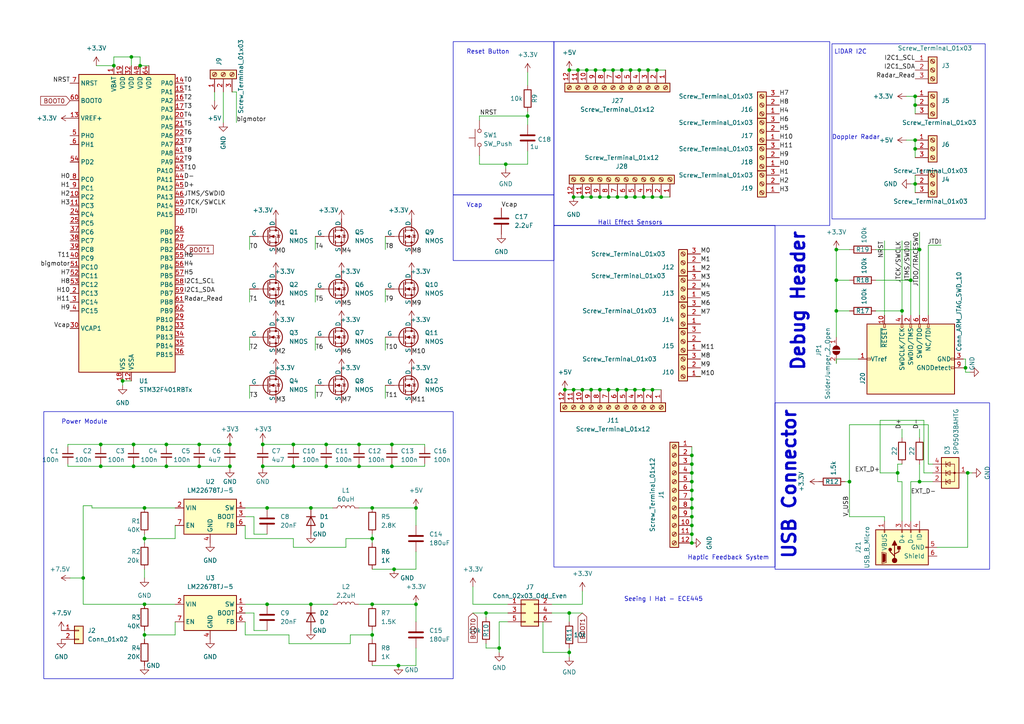
<source format=kicad_sch>
(kicad_sch (version 20230121) (generator eeschema)
  (paper "A4")
  (junction (at 280.035 106.68))
  (junction (at 90.17 175.26))
  (junction (at 173.99 57.15))
  (junction (at 165.1 177.8))
  (junction (at 200.66 157.48))
  (junction (at 166.37 57.15))
  (junction (at 173.99 113.03))
  (junction (at 35.56 110.49))
  (junction (at 189.23 57.15))
  (junction (at 90.17 147.32))
  (junction (at 266.7 72.39))
  (junction (at 66.675 128.905))
  (junction (at 264.16 81.28))
  (junction (at 184.15 57.15))
  (junction (at 38.735 135.255))
  (junction (at 179.07 57.15))
  (junction (at 200.66 139.7))
  (junction (at 167.64 20.32))
  (junction (at 184.15 113.03))
  (junction (at 176.53 113.03))
  (junction (at 153.035 33.655))
  (junction (at 76.2 128.905))
  (junction (at 41.91 156.21))
  (junction (at 261.62 90.17))
  (junction (at 57.785 128.905))
  (junction (at 41.91 184.15))
  (junction (at 77.47 175.26))
  (junction (at 77.47 147.32))
  (junction (at 265.43 40.64))
  (junction (at 38.1 16.51))
  (junction (at 242.57 90.17))
  (junction (at 41.91 147.32))
  (junction (at 114.3 165.1))
  (junction (at 186.69 57.15))
  (junction (at 140.97 177.8))
  (junction (at 57.785 135.255))
  (junction (at 190.5 20.32))
  (junction (at 187.96 20.32))
  (junction (at 181.61 57.15))
  (junction (at 113.665 128.905))
  (junction (at 280.67 137.16))
  (junction (at 260.35 137.16))
  (junction (at 48.26 135.255))
  (junction (at 85.09 128.905))
  (junction (at 189.23 113.03))
  (junction (at 120.65 147.32))
  (junction (at 115.57 193.04))
  (junction (at 166.37 113.03))
  (junction (at 200.66 149.86))
  (junction (at 120.65 175.26))
  (junction (at 146.685 47.625))
  (junction (at 177.8 20.32))
  (junction (at 265.43 27.94))
  (junction (at 38.735 128.905))
  (junction (at 85.09 135.255))
  (junction (at 246.38 139.7))
  (junction (at 176.53 57.15))
  (junction (at 200.66 147.32))
  (junction (at 191.77 57.15))
  (junction (at 180.34 20.32))
  (junction (at 200.66 134.62))
  (junction (at 242.57 72.39))
  (junction (at 200.66 132.08))
  (junction (at 40.64 19.05))
  (junction (at 165.1 189.23))
  (junction (at 144.78 187.96))
  (junction (at 172.72 20.32))
  (junction (at 200.66 144.78))
  (junction (at 200.66 152.4))
  (junction (at 168.91 113.03))
  (junction (at 242.57 81.28))
  (junction (at 200.66 137.16))
  (junction (at 165.1 20.32))
  (junction (at 200.66 142.24))
  (junction (at 107.95 175.26))
  (junction (at 168.91 57.15))
  (junction (at 266.7 139.7))
  (junction (at 104.14 128.905))
  (junction (at 182.88 20.32))
  (junction (at 113.665 135.255))
  (junction (at 104.14 135.255))
  (junction (at 181.61 113.03))
  (junction (at 265.43 43.18))
  (junction (at 66.675 135.255))
  (junction (at 48.26 128.905))
  (junction (at 29.21 135.255))
  (junction (at 171.45 57.15))
  (junction (at 265.43 53.34))
  (junction (at 107.95 147.32))
  (junction (at 186.69 113.03))
  (junction (at 107.95 184.15))
  (junction (at 94.615 128.905))
  (junction (at 170.18 20.32))
  (junction (at 200.66 154.94))
  (junction (at 24.13 167.64))
  (junction (at 29.21 128.905))
  (junction (at 171.45 113.03))
  (junction (at 175.26 20.32))
  (junction (at 107.95 156.21))
  (junction (at 179.07 113.03))
  (junction (at 76.2 135.255))
  (junction (at 94.615 135.255))
  (junction (at 163.83 113.03))
  (junction (at 265.43 30.48))
  (junction (at 33.02 19.05))
  (junction (at 185.42 20.32))
  (junction (at 41.91 175.26))
  (wire (pts (xy 66.675 128.905) (xy 57.785 128.905)))
  (wire (pts (xy 66.675 135.255) (xy 66.675 134.62)))
  (wire (pts (xy 85.09 128.905) (xy 94.615 128.905)))
  (wire (pts (xy 261.62 151.13) (xy 261.62 139.7)))
  (wire (pts (xy 83.82 184.15) (xy 83.82 186.69)))
  (wire (pts (xy 77.47 154.94) (xy 73.66 154.94)))
  (wire (pts (xy 48.26 129.54) (xy 48.26 128.905)))
  (wire (pts (xy 104.14 175.26) (xy 107.95 175.26)))
  (wire (pts (xy 120.65 147.32) (xy 120.65 152.4)))
  (wire (pts (xy 85.09 158.75) (xy 100.33 158.75)))
  (wire (pts (xy 107.95 147.32) (xy 120.65 147.32)))
  (wire (pts (xy 91.44 97.79) (xy 91.44 101.6)))
  (wire (pts (xy 262.89 27.94) (xy 265.43 27.94)))
  (wire (pts (xy 166.37 113.03) (xy 168.91 113.03)))
  (wire (pts (xy 140.97 186.69) (xy 140.97 187.96)))
  (wire (pts (xy 139.065 34.925) (xy 139.065 33.655)))
  (wire (pts (xy 71.12 184.15) (xy 83.82 184.15)))
  (wire (pts (xy 270.51 137.16) (xy 267.97 137.16)))
  (wire (pts (xy 266.7 72.39) (xy 266.7 67.31)))
  (wire (pts (xy 100.33 156.21) (xy 107.95 156.21)))
  (wire (pts (xy 29.21 128.905) (xy 19.685 128.905)))
  (wire (pts (xy 255.27 137.16) (xy 260.35 137.16)))
  (wire (pts (xy 157.48 189.23) (xy 165.1 189.23)))
  (wire (pts (xy 171.45 113.03) (xy 173.99 113.03)))
  (wire (pts (xy 179.07 57.15) (xy 181.61 57.15)))
  (wire (pts (xy 246.38 149.86) (xy 246.38 139.7)))
  (wire (pts (xy 146.685 47.625) (xy 146.685 48.895)))
  (wire (pts (xy 26.67 146.685) (xy 26.67 147.32)))
  (wire (pts (xy 153.035 47.625) (xy 146.685 47.625)))
  (wire (pts (xy 64.77 35.56) (xy 64.77 26.67)))
  (wire (pts (xy 104.14 135.255) (xy 113.665 135.255)))
  (wire (pts (xy 140.97 187.96) (xy 144.78 187.96)))
  (wire (pts (xy 186.69 57.15) (xy 189.23 57.15)))
  (wire (pts (xy 19.685 128.905) (xy 19.685 129.54)))
  (wire (pts (xy 40.64 19.05) (xy 43.18 19.05)))
  (wire (pts (xy 76.2 135.89) (xy 76.2 135.255)))
  (wire (pts (xy 94.615 134.62) (xy 94.615 135.255)))
  (wire (pts (xy 270.51 134.62) (xy 269.24 134.62)))
  (wire (pts (xy 153.035 33.655) (xy 153.035 36.195)))
  (wire (pts (xy 280.67 137.16) (xy 281.94 137.16)))
  (wire (pts (xy 262.89 40.64) (xy 265.43 40.64)))
  (wire (pts (xy 242.57 72.39) (xy 246.38 72.39)))
  (wire (pts (xy 139.065 45.085) (xy 139.065 47.625)))
  (wire (pts (xy 123.19 135.255) (xy 123.19 134.62)))
  (wire (pts (xy 38.735 134.62) (xy 38.735 135.255)))
  (wire (pts (xy 242.57 104.14) (xy 242.57 105.41)))
  (wire (pts (xy 72.39 68.58) (xy 72.39 72.39)))
  (wire (pts (xy 76.2 128.905) (xy 76.2 129.54)))
  (wire (pts (xy 66.675 128.905) (xy 66.675 129.54)))
  (wire (pts (xy 265.43 30.48) (xy 265.43 33.02)))
  (wire (pts (xy 123.19 128.905) (xy 123.19 129.54)))
  (wire (pts (xy 260.35 137.16) (xy 260.35 134.62)))
  (wire (pts (xy 41.91 184.15) (xy 41.91 185.42)))
  (wire (pts (xy 113.665 134.62) (xy 113.665 135.255)))
  (wire (pts (xy 137.16 177.8) (xy 140.97 177.8)))
  (wire (pts (xy 168.91 113.03) (xy 171.45 113.03)))
  (wire (pts (xy 48.26 128.905) (xy 38.735 128.905)))
  (wire (pts (xy 246.38 139.7) (xy 245.11 139.7)))
  (wire (pts (xy 41.91 184.15) (xy 50.8 184.15)))
  (wire (pts (xy 107.95 184.15) (xy 107.95 185.42)))
  (wire (pts (xy 107.95 175.26) (xy 120.65 175.26)))
  (wire (pts (xy 153.035 43.815) (xy 153.035 47.625)))
  (wire (pts (xy 76.2 135.255) (xy 85.09 135.255)))
  (wire (pts (xy 104.14 134.62) (xy 104.14 135.255)))
  (wire (pts (xy 260.35 134.62) (xy 261.62 134.62)))
  (wire (pts (xy 111.76 111.76) (xy 111.76 115.57)))
  (wire (pts (xy 33.02 16.51) (xy 33.02 19.05)))
  (wire (pts (xy 165.1 189.23) (xy 165.1 190.5)))
  (wire (pts (xy 120.65 187.96) (xy 120.65 193.04)))
  (wire (pts (xy 73.66 149.86) (xy 71.12 149.86)))
  (wire (pts (xy 265.43 50.8) (xy 265.43 53.34)))
  (wire (pts (xy 107.95 182.88) (xy 107.95 184.15)))
  (wire (pts (xy 182.88 20.32) (xy 185.42 20.32)))
  (wire (pts (xy 280.035 107.95) (xy 281.305 107.95)))
  (wire (pts (xy 73.66 182.88) (xy 73.66 177.8)))
  (wire (pts (xy 264.16 91.44) (xy 264.16 81.28)))
  (wire (pts (xy 38.735 135.255) (xy 29.21 135.255)))
  (wire (pts (xy 41.91 165.1) (xy 41.91 167.64)))
  (wire (pts (xy 94.615 129.54) (xy 94.615 128.905)))
  (wire (pts (xy 185.42 20.32) (xy 187.96 20.32)))
  (wire (pts (xy 26.67 147.32) (xy 41.91 147.32)))
  (wire (pts (xy 38.735 128.905) (xy 29.21 128.905)))
  (wire (pts (xy 173.99 57.15) (xy 176.53 57.15)))
  (wire (pts (xy 73.66 177.8) (xy 71.12 177.8)))
  (wire (pts (xy 279.4 106.68) (xy 280.035 106.68)))
  (wire (pts (xy 77.47 182.88) (xy 73.66 182.88)))
  (wire (pts (xy 160.02 180.34) (xy 157.48 180.34)))
  (wire (pts (xy 40.64 16.51) (xy 40.64 19.05)))
  (wire (pts (xy 186.69 113.03) (xy 189.23 113.03)))
  (wire (pts (xy 91.44 111.76) (xy 91.44 115.57)))
  (wire (pts (xy 256.54 149.86) (xy 256.54 151.13)))
  (wire (pts (xy 246.38 149.86) (xy 256.54 149.86)))
  (wire (pts (xy 38.735 129.54) (xy 38.735 128.905)))
  (wire (pts (xy 144.78 180.34) (xy 147.32 180.34)))
  (wire (pts (xy 265.43 27.94) (xy 265.43 30.48)))
  (wire (pts (xy 66.675 135.255) (xy 57.785 135.255)))
  (wire (pts (xy 33.02 16.51) (xy 38.1 16.51)))
  (wire (pts (xy 280.67 158.75) (xy 280.67 137.16)))
  (wire (pts (xy 160.02 177.8) (xy 165.1 177.8)))
  (wire (pts (xy 107.95 154.94) (xy 107.95 156.21)))
  (wire (pts (xy 200.66 144.78) (xy 200.66 142.24)))
  (wire (pts (xy 165.1 177.8) (xy 168.91 177.8)))
  (wire (pts (xy 24.13 175.26) (xy 41.91 175.26)))
  (wire (pts (xy 139.065 47.625) (xy 146.685 47.625)))
  (wire (pts (xy 266.7 127) (xy 266.7 124.46)))
  (wire (pts (xy 104.14 129.54) (xy 104.14 128.905)))
  (wire (pts (xy 68.58 35.56) (xy 68.58 26.67)))
  (wire (pts (xy 120.65 175.26) (xy 120.65 180.34)))
  (wire (pts (xy 113.665 129.54) (xy 113.665 128.905)))
  (wire (pts (xy 144.78 180.34) (xy 144.78 187.96)))
  (wire (pts (xy 83.82 186.69) (xy 101.6 186.69)))
  (wire (pts (xy 242.57 104.14) (xy 248.92 104.14)))
  (wire (pts (xy 242.57 90.17) (xy 242.57 97.79)))
  (wire (pts (xy 85.09 135.255) (xy 94.615 135.255)))
  (wire (pts (xy 107.95 193.04) (xy 115.57 193.04)))
  (wire (pts (xy 254 90.17) (xy 261.62 90.17)))
  (wire (pts (xy 140.97 177.8) (xy 140.97 179.07)))
  (wire (pts (xy 57.785 134.62) (xy 57.785 135.255)))
  (wire (pts (xy 264.16 53.34) (xy 265.43 53.34)))
  (wire (pts (xy 166.37 57.15) (xy 168.91 57.15)))
  (wire (pts (xy 189.23 113.03) (xy 191.77 113.03)))
  (wire (pts (xy 265.43 53.34) (xy 265.43 55.88)))
  (wire (pts (xy 269.24 134.62) (xy 269.24 123.19)))
  (wire (pts (xy 68.58 26.67) (xy 67.31 26.67)))
  (wire (pts (xy 200.66 137.16) (xy 200.66 134.62)))
  (wire (pts (xy 254 72.39) (xy 266.7 72.39)))
  (wire (pts (xy 256.54 91.44) (xy 256.54 69.85)))
  (wire (pts (xy 57.785 135.255) (xy 48.26 135.255)))
  (wire (pts (xy 94.615 128.905) (xy 104.14 128.905)))
  (wire (pts (xy 90.17 147.32) (xy 96.52 147.32)))
  (wire (pts (xy 24.13 146.685) (xy 26.67 146.685)))
  (wire (pts (xy 280.035 106.68) (xy 280.035 107.95)))
  (wire (pts (xy 153.035 32.385) (xy 153.035 33.655)))
  (wire (pts (xy 111.76 97.79) (xy 111.76 101.6)))
  (wire (pts (xy 200.66 134.62) (xy 200.66 132.08)))
  (wire (pts (xy 177.8 20.32) (xy 180.34 20.32)))
  (wire (pts (xy 48.26 135.255) (xy 38.735 135.255)))
  (wire (pts (xy 72.39 83.82) (xy 72.39 87.63)))
  (wire (pts (xy 71.12 180.34) (xy 71.12 184.15)))
  (wire (pts (xy 264.16 81.28) (xy 264.16 69.85)))
  (wire (pts (xy 200.66 152.4) (xy 200.66 149.86)))
  (wire (pts (xy 147.32 177.8) (xy 140.97 177.8)))
  (wire (pts (xy 255.27 121.92) (xy 255.27 137.16)))
  (wire (pts (xy 266.7 91.44) (xy 266.7 72.39)))
  (wire (pts (xy 90.17 175.26) (xy 96.52 175.26)))
  (wire (pts (xy 184.15 57.15) (xy 186.69 57.15)))
  (wire (pts (xy 29.21 129.54) (xy 29.21 128.905)))
  (wire (pts (xy 24.13 146.685) (xy 24.13 167.64)))
  (wire (pts (xy 41.91 154.94) (xy 41.91 156.21)))
  (wire (pts (xy 113.665 128.905) (xy 123.19 128.905)))
  (wire (pts (xy 107.95 156.21) (xy 107.95 157.48)))
  (wire (pts (xy 200.66 142.24) (xy 200.66 139.7)))
  (wire (pts (xy 71.12 152.4) (xy 71.12 156.21)))
  (wire (pts (xy 76.2 135.255) (xy 76.2 134.62)))
  (wire (pts (xy 279.4 104.14) (xy 280.035 104.14)))
  (wire (pts (xy 66.675 135.89) (xy 66.675 135.255)))
  (wire (pts (xy 62.23 26.67) (xy 62.23 29.21)))
  (wire (pts (xy 41.91 182.88) (xy 41.91 184.15)))
  (wire (pts (xy 184.15 113.03) (xy 186.69 113.03)))
  (wire (pts (xy 101.6 184.15) (xy 107.95 184.15)))
  (wire (pts (xy 266.7 139.7) (xy 270.51 139.7)))
  (wire (pts (xy 200.66 132.08) (xy 200.66 129.54)))
  (wire (pts (xy 242.57 90.17) (xy 242.57 81.28)))
  (wire (pts (xy 76.2 128.905) (xy 85.09 128.905)))
  (wire (pts (xy 264.16 139.7) (xy 266.7 139.7)))
  (wire (pts (xy 137.16 170.18) (xy 137.16 175.26)))
  (wire (pts (xy 181.61 57.15) (xy 184.15 57.15)))
  (wire (pts (xy 72.39 97.79) (xy 72.39 101.6)))
  (wire (pts (xy 71.12 175.26) (xy 77.47 175.26)))
  (wire (pts (xy 66.675 128.27) (xy 66.675 128.905)))
  (wire (pts (xy 77.47 175.26) (xy 90.17 175.26)))
  (wire (pts (xy 260.35 139.7) (xy 260.35 137.16)))
  (wire (pts (xy 29.21 134.62) (xy 29.21 135.255)))
  (wire (pts (xy 200.66 154.94) (xy 200.66 152.4)))
  (wire (pts (xy 163.83 113.03) (xy 166.37 113.03)))
  (wire (pts (xy 104.14 128.905) (xy 113.665 128.905)))
  (wire (pts (xy 187.96 20.32) (xy 190.5 20.32)))
  (wire (pts (xy 115.57 193.04) (xy 120.65 193.04)))
  (wire (pts (xy 41.91 156.21) (xy 50.8 156.21)))
  (wire (pts (xy 261.62 90.17) (xy 261.62 69.85)))
  (wire (pts (xy 104.14 147.32) (xy 107.95 147.32)))
  (wire (pts (xy 190.5 20.32) (xy 193.04 20.32)))
  (wire (pts (xy 153.035 20.955) (xy 153.035 24.765)))
  (wire (pts (xy 273.05 71.12) (xy 269.24 71.12)))
  (wire (pts (xy 73.66 154.94) (xy 73.66 149.86)))
  (wire (pts (xy 137.16 175.26) (xy 147.32 175.26)))
  (wire (pts (xy 165.1 20.32) (xy 167.64 20.32)))
  (wire (pts (xy 266.7 139.7) (xy 266.7 134.62)))
  (wire (pts (xy 19.685 135.255) (xy 19.685 134.62)))
  (wire (pts (xy 48.26 134.62) (xy 48.26 135.255)))
  (wire (pts (xy 24.13 167.64) (xy 24.13 175.26)))
  (wire (pts (xy 260.35 139.7) (xy 261.62 139.7)))
  (wire (pts (xy 175.26 20.32) (xy 177.8 20.32)))
  (wire (pts (xy 165.1 187.96) (xy 165.1 189.23)))
  (wire (pts (xy 267.97 137.16) (xy 267.97 121.92)))
  (wire (pts (xy 29.21 135.255) (xy 19.685 135.255)))
  (wire (pts (xy 242.57 90.17) (xy 246.38 90.17)))
  (wire (pts (xy 189.23 57.15) (xy 191.77 57.15)))
  (wire (pts (xy 111.76 83.82) (xy 111.76 87.63)))
  (wire (pts (xy 50.8 156.21) (xy 50.8 152.4)))
  (wire (pts (xy 191.77 57.15) (xy 194.31 57.15)))
  (wire (pts (xy 167.64 20.32) (xy 170.18 20.32)))
  (wire (pts (xy 72.39 111.76) (xy 72.39 115.57)))
  (wire (pts (xy 35.56 110.49) (xy 38.1 110.49)))
  (wire (pts (xy 242.57 81.28) (xy 246.38 81.28)))
  (wire (pts (xy 261.62 127) (xy 261.62 124.46)))
  (wire (pts (xy 264.16 151.13) (xy 264.16 139.7)))
  (wire (pts (xy 172.72 20.32) (xy 175.26 20.32)))
  (wire (pts (xy 71.12 156.21) (xy 85.09 156.21)))
  (wire (pts (xy 120.65 160.02) (xy 120.65 165.1)))
  (wire (pts (xy 246.38 123.19) (xy 246.38 139.7)))
  (wire (pts (xy 101.6 186.69) (xy 101.6 184.15)))
  (wire (pts (xy 201.93 109.22) (xy 203.2 109.22)))
  (wire (pts (xy 261.62 91.44) (xy 261.62 90.17)))
  (wire (pts (xy 267.97 121.92) (xy 255.27 121.92)))
  (wire (pts (xy 20.32 167.64) (xy 24.13 167.64)))
  (wire (pts (xy 180.34 20.32) (xy 182.88 20.32)))
  (wire (pts (xy 85.09 129.54) (xy 85.09 128.905)))
  (wire (pts (xy 50.8 184.15) (xy 50.8 180.34)))
  (wire (pts (xy 168.91 171.45) (xy 168.91 175.26)))
  (wire (pts (xy 35.56 110.49) (xy 35.56 111.76)))
  (wire (pts (xy 200.66 157.48) (xy 200.66 154.94)))
  (wire (pts (xy 38.1 16.51) (xy 40.64 16.51)))
  (wire (pts (xy 113.665 135.255) (xy 123.19 135.255)))
  (wire (pts (xy 41.91 147.32) (xy 50.8 147.32)))
  (wire (pts (xy 265.43 43.18) (xy 265.43 40.64)))
  (wire (pts (xy 271.78 158.75) (xy 280.67 158.75)))
  (wire (pts (xy 85.09 156.21) (xy 85.09 158.75)))
  (wire (pts (xy 91.44 68.58) (xy 91.44 72.39)))
  (wire (pts (xy 176.53 113.03) (xy 179.07 113.03)))
  (wire (pts (xy 176.53 57.15) (xy 179.07 57.15)))
  (wire (pts (xy 77.47 147.32) (xy 90.17 147.32)))
  (wire (pts (xy 242.57 81.28) (xy 242.57 72.39)))
  (wire (pts (xy 269.24 123.19) (xy 246.38 123.19)))
  (wire (pts (xy 181.61 113.03) (xy 184.15 113.03)))
  (wire (pts (xy 38.1 16.51) (xy 38.1 19.05)))
  (wire (pts (xy 139.065 33.655) (xy 153.035 33.655)))
  (wire (pts (xy 85.09 134.62) (xy 85.09 135.255)))
  (wire (pts (xy 71.12 147.32) (xy 77.47 147.32)))
  (wire (pts (xy 107.95 165.1) (xy 114.3 165.1)))
  (wire (pts (xy 114.3 165.1) (xy 120.65 165.1)))
  (wire (pts (xy 76.2 128.27) (xy 76.2 128.905)))
  (wire (pts (xy 41.91 156.21) (xy 41.91 157.48)))
  (wire (pts (xy 200.66 147.32) (xy 200.66 144.78)))
  (wire (pts (xy 160.02 175.26) (xy 168.91 175.26)))
  (wire (pts (xy 100.33 158.75) (xy 100.33 156.21)))
  (wire (pts (xy 57.785 128.905) (xy 48.26 128.905)))
  (wire (pts (xy 57.785 129.54) (xy 57.785 128.905)))
  (wire (pts (xy 170.18 20.32) (xy 172.72 20.32)))
  (wire (pts (xy 165.1 177.8) (xy 165.1 180.34)))
  (wire (pts (xy 111.76 68.58) (xy 111.76 72.39)))
  (wire (pts (xy 94.615 135.255) (xy 104.14 135.255)))
  (wire (pts (xy 171.45 57.15) (xy 173.99 57.15)))
  (wire (pts (xy 173.99 113.03) (xy 176.53 113.03)))
  (wire (pts (xy 41.91 175.26) (xy 50.8 175.26)))
  (wire (pts (xy 144.78 187.96) (xy 144.78 189.23)))
  (wire (pts (xy 265.43 43.18) (xy 265.43 45.72)))
  (wire (pts (xy 280.035 104.14) (xy 280.035 106.68)))
  (wire (pts (xy 179.07 113.03) (xy 181.61 113.03)))
  (wire (pts (xy 91.44 83.82) (xy 91.44 87.63)))
  (wire (pts (xy 269.24 71.12) (xy 269.24 91.44)))
  (wire (pts (xy 200.66 139.7) (xy 200.66 137.16)))
  (wire (pts (xy 157.48 180.34) (xy 157.48 189.23)))
  (wire (pts (xy 168.91 57.15) (xy 171.45 57.15)))
  (wire (pts (xy 254 81.28) (xy 264.16 81.28)))
  (wire (pts (xy 200.66 149.86) (xy 200.66 147.32)))
  (wire (pts (xy 27.94 19.05) (xy 33.02 19.05)))
  (rectangle (start 287.02 116.84) (end 224.79 165.1))
  (rectangle (start 160.655 12.065) (end 240.665 65.405))
  (rectangle (start 241.3 12.7) (end 285.75 63.5))
  (rectangle (start 12.7 119.38) (end 131.445 196.85))
  (rectangle (start 131.445 12.065) (end 160.655 56.515))
  (rectangle (start 131.445 56.515) (end 160.655 75.565))
  (rectangle (start 160.655 65.405) (end 224.79 164.465))
  (text "Seeing I Hat - ECE445\n" (at 180.975 174.625 0) (effects (font (size 1.27 1.27)) (justify left bottom)))
  (text "Debug Header" (at 233.68 107.95 90) (effects (font (size 3.81 3.81) (thickness 0.762) bold) (justify left bottom)))
  (text "Power Module\n" (at 17.78 123.19 0) (effects (font (size 1.27 1.27)) (justify left bottom)))
  (text "Haptic Feedback System" (at 199.39 162.56 0) (effects (font (size 1.27 1.27)) (justify left bottom)))
  (text "Doppler Radar\n" (at 241.3 40.64 0) (effects (font (size 1.27 1.27)) (justify left bottom)))
  (text "Reset Button\n" (at 135.255 15.875 0) (effects (font (size 1.27 1.27)) (justify left bottom)))
  (text "USB Connector" (at 231.14 162.56 90) (effects (font (size 3.81 3.81) (thickness 0.762) bold) (justify left bottom)))
  (text "LiDAR I2C" (at 241.935 15.875 0) (effects (font (size 1.27 1.27)) (justify left bottom)))
  (text "Vcap" (at 135.255 60.325 0) (effects (font (size 1.27 1.27)) (justify left bottom)))
  (text "Hall Effect Sensors" (at 173.355 65.405 0) (effects (font (size 1.27 1.27)) (justify left bottom)))
  (label "T6" (at 91.44 101.6 0))
  (label "H1" (at 226.06 50.8 0))
  (label "M11" (at 203.2 101.6 0))
  (label "I2C1_SCL" (at 53.34 82.55 0))
  (label "D+" (at 261.62 124.46 90))
  (label "M6" (at 99.06 102.87 0))
  (label "M1" (at 203.2 76.2 0))
  (label "M0" (at 80.01 73.66 0))
  (label "M5" (at 99.06 88.9 0))
  (label "T0" (at 53.34 24.13 0))
  (label "M4" (at 99.06 73.66 0))
  (label "M4" (at 203.2 83.82 0))
  (label "M6" (at 203.2 88.9 0))
  (label "H1" (at 20.32 54.61 180))
  (label "T5" (at 53.34 36.83 0))
  (label "T2" (at 53.34 29.21 0))
  (label "H6" (at 226.06 35.56 0))
  (label "M2" (at 203.2 78.74 0))
  (label "M1" (at 80.01 88.9 0))
  (label "EXT_D+" (at 255.27 137.16 180))
  (label "M10" (at 119.38 102.87 0))
  (label "T9" (at 111.76 87.63 0))
  (label "H2" (at 226.06 53.34 0))
  (label "M5" (at 203.2 86.36 0))
  (label "NRST" (at 144.145 33.655 180))
  (label "H2" (at 20.32 57.15 180))
  (label "D-" (at 266.7 124.46 90))
  (label "M2" (at 80.01 102.87 0))
  (label "I2C1_SDA" (at 53.34 85.09 0))
  (label "H0" (at 226.06 48.26 0))
  (label "M8" (at 203.2 104.14 0))
  (label "I2C1_SDA" (at 265.43 20.32 180))
  (label "T4" (at 53.34 34.29 0))
  (label "M0" (at 203.2 73.66 0))
  (label "T8" (at 53.34 44.45 0))
  (label "EXT_D-" (at 264.16 143.51 0))
  (label "NRST" (at 256.54 69.85 270))
  (label "T11" (at 111.76 115.57 0))
  (label "M8" (at 119.38 73.66 0))
  (label "T0" (at 72.39 72.39 0))
  (label "H9" (at 20.32 90.17 180))
  (label "H10" (at 20.32 85.09 180))
  (label "D+" (at 53.34 54.61 0))
  (label "JTMS{slash}SWDIO" (at 264.16 69.85 270))
  (label "H9" (at 226.06 45.72 0))
  (label "M9" (at 203.2 106.68 0))
  (label "JTMS{slash}SWDIO" (at 53.34 57.15 0))
  (label "M7" (at 203.2 91.44 0))
  (label "H5" (at 226.06 38.1 0))
  (label "H11" (at 226.06 43.18 0))
  (label "T8" (at 111.76 72.39 0))
  (label "JTDI" (at 273.05 71.12 180))
  (label "T11" (at 20.32 74.93 180))
  (label "T10" (at 53.34 49.53 0))
  (label "H3" (at 226.06 55.88 0))
  (label "bigmotor" (at 20.32 77.47 180))
  (label "H7" (at 226.06 27.94 0))
  (label "Radar_Read" (at 53.34 87.63 0))
  (label "H8" (at 20.32 82.55 180))
  (label "T6" (at 53.34 39.37 0))
  (label "T10" (at 111.76 101.6 0))
  (label "Vcap" (at 145.415 60.325 0))
  (label "T3" (at 72.39 115.57 0))
  (label "H7" (at 20.32 80.01 180))
  (label "H5" (at 53.34 80.01 0))
  (label "JTCK{slash}SWCLK" (at 53.34 59.69 0))
  (label "T7" (at 53.34 41.91 0))
  (label "H8" (at 226.06 30.48 0))
  (label "I2C1_SCL" (at 265.43 17.78 180))
  (label "T7" (at 91.44 115.57 0))
  (label "D-" (at 53.34 52.07 0))
  (label "H4" (at 226.06 33.02 0))
  (label "Radar_Read" (at 265.43 22.86 180))
  (label "H3" (at 20.32 59.69 180))
  (label "T1" (at 53.34 26.67 0))
  (label "H11" (at 20.32 87.63 180))
  (label "M11" (at 119.38 116.84 0))
  (label "T1" (at 72.39 87.63 0))
  (label "V_USB" (at 246.38 149.86 90))
  (label "T4" (at 91.44 72.39 0))
  (label "M9" (at 119.38 88.9 0))
  (label "M3" (at 203.2 81.28 0))
  (label "JTDI" (at 53.34 62.23 0))
  (label "T2" (at 72.39 101.6 0))
  (label "H6" (at 53.34 74.93 0))
  (label "M3" (at 80.01 116.84 0))
  (label "H0" (at 20.32 52.07 180))
  (label "bigmotor" (at 68.58 35.56 0))
  (label "Vcap" (at 20.32 95.25 180))
  (label "T3" (at 53.34 31.75 0))
  (label "M10" (at 203.2 109.22 0))
  (label "NRST" (at 20.32 24.13 180))
  (label "JTDO{slash}TRACESWO" (at 266.7 67.31 270))
  (label "H10" (at 226.06 40.64 0))
  (label "M7" (at 99.06 116.84 0))
  (label "T5" (at 91.44 87.63 0))
  (label "T9" (at 53.34 46.99 0))
  (label "H4" (at 53.34 77.47 0))
  (label "JTCK{slash}SWCLK" (at 261.62 69.85 270))
  (global_label "BOOT0" (shape input) (at 137.16 177.8 270) (property "Intersheetrefs" "${INTERSHEET_REFS}" (effects hide)))
  (global_label "BOOT1" (shape input) (at 53.34 72.39 0) (property "Intersheetrefs" "${INTERSHEET_REFS}" (effects hide)))
  (global_label "BOOT1" (shape input) (at 168.91 177.8 270) (property "Intersheetrefs" "${INTERSHEET_REFS}" (effects hide)))
  (global_label "BOOT0" (shape input) (at 20.32 29.21 180) (property "Intersheetrefs" "${INTERSHEET_REFS}" (effects hide)))
  (symbol (lib_id "basic:R") (at 250.19 81.28 90) (unit 1)
    (property "Reference" "R18" (at 250.19 81.28 90))
    (property "Value" "100k" (at 250.6238 79.502 0) (effects (justify left)))
    (property "Footprint" "Resistor_SMD:R_0805_2012Metric_Pad1.20x1.40mm_HandSolder" (effects hide))
  )
  (symbol (lib_id "power:GND") (at 165.1 190.5 0) (unit 1)
    (property "Reference" "#PWR029" (effects hide))
    (property "Value" "GND" (at 165.1 194.9434 0))
  )
  (symbol (lib_id "Device:L") (at 100.33 175.26 90) (unit 1)
    (property "Reference" "L2" (at 100.33 170.18 90))
    (property "Value" "2.2uH" (at 100.33 172.72 90))
    (property "Footprint" "Inductor_SMD:L_1210_3225Metric" (effects hide))
  )
  (symbol (lib_id "Device:C") (at 77.47 151.13 0) (unit 1)
    (property "Reference" "C8" (at 81.28 149.86 0) (effects (justify left)))
    (property "Value" "20nF" (at 81.28 152.4 0) (effects (justify left)))
    (property "Footprint" "Capacitor_SMD:C_0805_2012Metric_Pad1.18x1.45mm_HandSolder" (effects hide))
  )
  (symbol (lib_id "Regulator_Switching:LM22678TJ-5") (at 60.96 177.8 0) (unit 1)
    (property "Reference" "U3" (at 60.96 167.64 0))
    (property "Value" "LM22678TJ-5" (at 60.96 170.18 0))
    (property "Footprint" "Package_TO_SOT_SMD:TO-263-7_TabPin8" (effects hide))
    (property "Datasheet" "https://www.ti.com/lit/ds/symlink/lm22678.pdf" (effects hide))
  )
  (symbol (lib_id "Device:R") (at 41.91 179.07 0) (unit 1)
    (property "Reference" "R3" (at 38.1 179.07 0) (effects (justify left)))
    (property "Value" "40K" (at 36.83 181.61 0) (effects (justify left)))
    (property "Footprint" "Resistor_SMD:R_0805_2012Metric_Pad1.20x1.40mm_HandSolder" (effects hide))
  )
  (symbol (lib_id "Connector:Screw_Terminal_01x03") (at 198.12 99.06 180) (unit 1)
    (property "Reference" "J15" (at 195.58 100.33 0) (effects (justify left)))
    (property "Value" "Screw_Terminal_01x03" (effects hide))
    (property "Footprint" "Connector_PinSocket_2.54mm:PinSocket_1x03_P2.54mm_Vertical" (effects hide))
  )
  (symbol (lib_id "power:+3.3V") (at 27.94 19.05 0) (unit 1)
    (property "Reference" "#PWR035" (effects hide))
    (property "Value" "+3.3V" (at 27.94 13.97 0))
  )
  (symbol (lib_id "power:+5V") (at 62.23 29.21 180) (unit 1)
    (property "Reference" "#PWR038" (effects hide))
    (property "Value" "+5V" (at 62.23 34.29 0))
  )
  (symbol (lib_id "Simulation_SPICE:NMOS") (at 116.84 97.79 0) (unit 1)
    (property "Reference" "Q11" (at 123.19 96.52 0) (effects (justify left)))
    (property "Value" "NMOS" (at 123.19 99.06 0) (effects (justify left)))
    (property "Footprint" "Package_TO_SOT_SMD:SOT-23-3" (effects hide))
    (property "Datasheet" "https://ngspice.sourceforge.io/docs/ngspice-manual.pdf" (effects hide))
    (property "Sim.Device" "NMOS" (effects hide))
    (property "Sim.Type" "VDMOS" (effects hide))
    (property "Sim.Pins" "1=D 2=G 3=S" (effects hide))
  )
  (symbol (lib_id "power:+3.3V") (at 99.06 78.74 0) (unit 1)
    (property "Reference" "#PWR044" (effects hide))
    (property "Value" "+3.3V" (at 101.6 78.74 0))
  )
  (symbol (lib_id "Simulation_SPICE:NMOS") (at 96.52 68.58 0) (unit 1)
    (property "Reference" "Q5" (at 102.87 67.31 0) (effects (justify left)))
    (property "Value" "NMOS" (at 102.87 69.85 0) (effects (justify left)))
    (property "Footprint" "Package_TO_SOT_SMD:SOT-23-3" (effects hide))
    (property "Datasheet" "https://ngspice.sourceforge.io/docs/ngspice-manual.pdf" (effects hide))
    (property "Sim.Device" "NMOS" (effects hide))
    (property "Sim.Type" "VDMOS" (effects hide))
    (property "Sim.Pins" "1=D 2=G 3=S" (effects hide))
  )
  (symbol (lib_id "Simulation_SPICE:NMOS") (at 77.47 83.82 0) (unit 1)
    (property "Reference" "Q2" (at 83.82 82.55 0) (effects (justify left)))
    (property "Value" "NMOS" (at 83.82 85.09 0) (effects (justify left)))
    (property "Footprint" "Package_TO_SOT_SMD:SOT-23-3" (effects hide))
    (property "Datasheet" "https://ngspice.sourceforge.io/docs/ngspice-manual.pdf" (effects hide))
    (property "Sim.Device" "NMOS" (effects hide))
    (property "Sim.Type" "VDMOS" (effects hide))
    (property "Sim.Pins" "1=D 2=G 3=S" (effects hide))
  )
  (symbol (lib_id "power:GND") (at 60.96 185.42 0) (unit 1)
    (property "Reference" "#PWR02" (effects hide))
    (property "Value" "GND" (at 60.96 190.5 0))
  )
  (symbol (lib_id "Connector:Screw_Terminal_01x12") (at 179.07 118.11 270) (unit 1)
    (property "Reference" "J11" (at 177.8 121.92 90))
    (property "Value" "Screw_Terminal_01x12" (at 177.8 124.46 90))
    (property "Footprint" "Connector_PinSocket_2.54mm:PinSocket_1x12_P2.54mm_Vertical" (effects hide))
  )
  (symbol (lib_id "power:GND") (at 166.37 57.15 0) (mirror y) (unit 1)
    (property "Reference" "#PWR076" (effects hide))
    (property "Value" "GND" (at 166.37 62.23 0))
  )
  (symbol (lib_id "power:+7.5V") (at 20.32 167.64 90) (unit 1)
    (property "Reference" "#PWR022" (effects hide))
    (property "Value" "+7.5V" (at 20.32 165.1 90) (effects (justify left)))
  )
  (symbol (lib_id "Simulation_SPICE:NMOS") (at 96.52 83.82 0) (unit 1)
    (property "Reference" "Q6" (at 102.87 82.55 0) (effects (justify left)))
    (property "Value" "NMOS" (at 102.87 85.09 0) (effects (justify left)))
    (property "Footprint" "Package_TO_SOT_SMD:SOT-23-3" (effects hide))
    (property "Datasheet" "https://ngspice.sourceforge.io/docs/ngspice-manual.pdf" (effects hide))
    (property "Sim.Device" "NMOS" (effects hide))
    (property "Sim.Type" "VDMOS" (effects hide))
    (property "Sim.Pins" "1=D 2=G 3=S" (effects hide))
  )
  (symbol (lib_id "power:GND") (at 145.415 67.945 0) (unit 1)
    (property "Reference" "#PWR09" (effects hide))
    (property "Value" "GND" (at 145.415 73.025 0))
  )
  (symbol (lib_id "basic:R") (at 250.19 72.39 90) (unit 1)
    (property "Reference" "R19" (at 250.19 72.39 90))
    (property "Value" "100k" (at 250.6238 70.612 0) (effects (justify left)))
    (property "Footprint" "Resistor_SMD:R_0805_2012Metric_Pad1.20x1.40mm_HandSolder" (effects hide))
  )
  (symbol (lib_id "power:+3.3V") (at 137.16 170.18 0) (unit 1)
    (property "Reference" "#PWR030" (effects hide))
    (property "Value" "+3.3V" (at 137.16 165.1 0))
  )
  (symbol (lib_id "Connector:Screw_Terminal_01x03") (at 220.98 53.34 180) (unit 1)
    (property "Reference" "J19" (at 218.44 54.61 0) (effects (justify left)))
    (property "Value" "Screw_Terminal_01x03" (at 218.44 50.8 0) (effects (justify left)))
    (property "Footprint" "Connector_PinSocket_2.54mm:PinSocket_1x03_P2.54mm_Vertical" (effects hide))
  )
  (symbol (lib_id "Device:C_Small") (at 85.09 132.08 0) (unit 1)
    (property "Reference" "C10" (at 87.63 130.81 0) (effects (justify left)))
    (property "Value" "100n" (at 87.63 133.35 0) (effects (justify left)))
    (property "Footprint" "Capacitor_SMD:C_0805_2012Metric_Pad1.18x1.45mm_HandSolder" (effects hide))
    (property "LCSC Part #" "C1525" (effects hide))
  )
  (symbol (lib_id "basic:C") (at 153.035 40.005 0) (unit 1)
    (property "Reference" "C18" (at 155.956 40.4388 0) (effects (justify left)))
    (property "Value" "1u" (at 153.67 42.545 0) (effects (justify left)))
    (property "Footprint" "Capacitor_SMD:C_0805_2012Metric_Pad1.18x1.45mm_HandSolder" (effects hide))
  )
  (symbol (lib_id "power:+3.3V") (at 120.65 175.26 0) (unit 1)
    (property "Reference" "#PWR08" (effects hide))
    (property "Value" "+3.3V" (at 120.65 170.18 0))
  )
  (symbol (lib_id "Device:R") (at 107.95 151.13 0) (unit 1)
    (property "Reference" "R5" (at 110.49 149.86 0) (effects (justify left)))
    (property "Value" "2.8K" (at 110.49 152.4 0) (effects (justify left)))
    (property "Footprint" "Resistor_SMD:R_0805_2012Metric_Pad1.20x1.40mm_HandSolder" (effects hide))
  )
  (symbol (lib_id "Device:C_Small") (at 38.735 132.08 0) (mirror y) (unit 1)
    (property "Reference" "C3" (at 36.195 130.81 0) (effects (justify left)))
    (property "Value" "100n" (at 36.195 133.35 0) (effects (justify left)))
    (property "Footprint" "Capacitor_SMD:C_0805_2012Metric_Pad1.18x1.45mm_HandSolder" (effects hide))
    (property "LCSC Part #" "C1525" (effects hide))
  )
  (symbol (lib_id "power:GND") (at 17.78 185.42 0) (unit 1)
    (property "Reference" "#PWR014" (effects hide))
    (property "Value" "GND" (at 17.78 190.5 0))
  )
  (symbol (lib_id "basic:R") (at 165.1 184.15 0) (unit 1)
    (property "Reference" "R11" (at 165.1 184.15 90))
    (property "Value" "10k" (at 166.37 184.15 0) (effects (justify left)))
    (property "Footprint" "Resistor_SMD:R_0805_2012Metric_Pad1.20x1.40mm_HandSolder" (effects hide))
  )
  (symbol (lib_id "Device:C_Small") (at 113.665 132.08 0) (unit 1)
    (property "Reference" "C13" (at 116.205 130.81 0) (effects (justify left)))
    (property "Value" "100n" (at 116.205 133.35 0) (effects (justify left)))
    (property "Footprint" "Capacitor_SMD:C_0805_2012Metric_Pad1.18x1.45mm_HandSolder" (effects hide))
    (property "LCSC Part #" "C1525" (effects hide))
  )
  (symbol (lib_id "Switch:SW_Push") (at 139.065 40.005 90) (unit 1)
    (property "Reference" "SW1" (at 140.208 39.1703 90) (effects (justify right)))
    (property "Value" "SW_Push" (at 140.208 41.7072 90) (effects (justify right)))
    (property "Footprint" "Button_Switch_SMD:SW_SPST_B3S-1000" (effects hide))
    (property "Datasheet" "https://www.digikey.com/en/products/detail/omron-electronics-inc-emc-div/B3S-1000/20686" (effects hide))
  )
  (symbol (lib_id "Device:C") (at 120.65 156.21 0) (unit 1)
    (property "Reference" "C14" (at 124.46 154.94 0) (effects (justify left)))
    (property "Value" "180uF" (at 124.46 157.48 0) (effects (justify left)))
    (property "Footprint" "Capacitor_SMD:C_0805_2012Metric_Pad1.18x1.45mm_HandSolder" (effects hide))
  )
  (symbol (lib_id "Simulation_SPICE:NMOS") (at 116.84 68.58 0) (unit 1)
    (property "Reference" "Q9" (at 123.19 67.31 0) (effects (justify left)))
    (property "Value" "NMOS" (at 123.19 69.85 0) (effects (justify left)))
    (property "Footprint" "Package_TO_SOT_SMD:SOT-23-3" (effects hide))
    (property "Datasheet" "https://ngspice.sourceforge.io/docs/ngspice-manual.pdf" (effects hide))
    (property "Sim.Device" "NMOS" (effects hide))
    (property "Sim.Type" "VDMOS" (effects hide))
    (property "Sim.Pins" "1=D 2=G 3=S" (effects hide))
  )
  (symbol (lib_id "Device:R") (at 107.95 161.29 0) (unit 1)
    (property "Reference" "R6" (at 110.49 160.02 0) (effects (justify left)))
    (property "Value" "1K" (at 110.49 162.56 0) (effects (justify left)))
    (property "Footprint" "Resistor_SMD:R_0805_2012Metric_Pad1.20x1.40mm_HandSolder" (effects hide))
  )
  (symbol (lib_id "power:GND") (at 41.91 167.64 0) (unit 1)
    (property "Reference" "#PWR015" (effects hide))
    (property "Value" "GND" (at 41.91 172.72 0))
  )
  (symbol (lib_id "Connector_Generic:Conn_01x02") (at 22.86 182.88 0) (unit 1)
    (property "Reference" "J2" (at 25.4 182.88 0) (effects (justify left)))
    (property "Value" "Conn_01x02" (at 25.4 185.42 0) (effects (justify left)))
    (property "Footprint" "Connector_AMASS:AMASS_XT60-M_1x02_P7.20mm_Vertical" (effects hide))
  )
  (symbol (lib_id "Connector:Conn_ARM_JTAG_SWD_10") (at 264.16 104.14 90) (unit 1)
    (property "Reference" "J20" (at 250.19 107.95 0) (effects (justify right)))
    (property "Value" "Conn_ARM_JTAG_SWD_10" (at 278.13 78.74 0) (effects (justify right)))
    (property "Footprint" "Connector_IDC:IDC-Header_2x05_P2.54mm_Vertical" (effects hide))
    (property "Datasheet" "http://infocenter.arm.com/help/topic/com.arm.doc.ddi0314h/DDI0314H_coresight_components_trm.pdf" (effects hide))
  )
  (symbol (lib_id "Jumper:SolderJumper_2_Open") (at 242.57 101.6 270) (unit 1)
    (property "Reference" "JP1" (at 237.49 101.6 0))
    (property "Value" "SolderJumper_2_Open" (at 240.03 105.41 0))
    (property "Footprint" "Jumper:SolderJumper-2_P1.3mm_Open_TrianglePad1.0x1.5mm" (effects hide))
  )
  (symbol (lib_id "power:GND") (at 146.685 48.895 0) (unit 1)
    (property "Reference" "#PWR010" (effects hide))
    (property "Value" "GND" (at 146.685 53.3384 0))
  )
  (symbol (lib_id "power:+3.3V") (at 20.32 34.29 90) (unit 1)
    (property "Reference" "#PWR037" (effects hide))
    (property "Value" "+3.3V" (at 16.51 34.29 90) (effects (justify left)))
  )
  (symbol (lib_id "Device:C_Small") (at 66.675 132.08 0) (mirror y) (unit 1)
    (property "Reference" "C6" (at 64.135 130.81 0) (effects (justify left)))
    (property "Value" "4u7" (at 64.135 133.35 0) (effects (justify left)))
    (property "Footprint" "Capacitor_SMD:C_0805_2012Metric_Pad1.18x1.45mm_HandSolder" (effects hide))
    (property "LCSC Part #" "C19666" (effects hide))
  )
  (symbol (lib_id "Device:R") (at 41.91 189.23 0) (unit 1)
    (property "Reference" "R4" (at 38.1 187.96 0) (effects (justify left)))
    (property "Value" "20K" (at 36.83 190.5 0) (effects (justify left)))
    (property "Footprint" "Resistor_SMD:R_0805_2012Metric_Pad1.20x1.40mm_HandSolder" (effects hide))
  )
  (symbol (lib_id "Device:C_Small") (at 76.2 132.08 0) (unit 1)
    (property "Reference" "C7" (at 78.74 130.81 0) (effects (justify left)))
    (property "Value" "4u7" (at 78.74 133.35 0) (effects (justify left)))
    (property "Footprint" "Capacitor_SMD:C_0805_2012Metric_Pad1.18x1.45mm_HandSolder" (effects hide))
    (property "LCSC Part #" "C19666" (effects hide))
  )
  (symbol (lib_id "Connector:Screw_Terminal_01x03") (at 198.12 83.82 180) (unit 1)
    (property "Reference" "J13" (at 195.58 85.09 0) (effects (justify left)))
    (property "Value" "Screw_Terminal_01x03" (at 193.04 80.01 0) (effects (justify left)))
    (property "Footprint" "Connector_PinSocket_2.54mm:PinSocket_1x03_P2.54mm_Vertical" (effects hide))
  )
  (symbol (lib_id "power:+5V") (at 163.83 113.03 0) (unit 1)
    (property "Reference" "#PWR013" (effects hide))
    (property "Value" "+5V" (at 163.83 107.95 0))
  )
  (symbol (lib_id "power:GND") (at 115.57 193.04 0) (unit 1)
    (property "Reference" "#PWR018" (effects hide))
    (property "Value" "GND" (at 119.38 194.31 0))
  )
  (symbol (lib_id "Device:C_Small") (at 104.14 132.08 0) (unit 1)
    (property "Reference" "C12" (at 106.68 130.81 0) (effects (justify left)))
    (property "Value" "100n" (at 106.68 133.35 0) (effects (justify left)))
    (property "Footprint" "Capacitor_SMD:C_0805_2012Metric_Pad1.18x1.45mm_HandSolder" (effects hide))
    (property "LCSC Part #" "C1525" (effects hide))
  )
  (symbol (lib_id "basic:R") (at 266.7 130.81 180) (unit 1)
    (property "Reference" "R15" (effects hide))
    (property "Value" "22" (at 264.5212 130.81 90))
    (property "Footprint" "Resistor_SMD:R_0603_1608Metric" (effects hide))
  )
  (symbol (lib_id "Connector:Screw_Terminal_01x03") (at 220.98 45.72 180) (unit 1)
    (property "Reference" "J18" (at 218.44 46.99 0) (effects (justify left)))
    (property "Value" "Screw_Terminal_01x03" (at 218.44 43.18 0) (effects (justify left)))
    (property "Footprint" "Connector_PinSocket_2.54mm:PinSocket_1x03_P2.54mm_Vertical" (effects hide))
  )
  (symbol (lib_id "power:+3.3V") (at 168.91 171.45 0) (unit 1)
    (property "Reference" "#PWR032" (effects hide))
    (property "Value" "+3.3V" (at 168.91 166.37 0))
  )
  (symbol (lib_id "power:GND") (at 90.17 154.94 0) (unit 1)
    (property "Reference" "#PWR020" (effects hide))
    (property "Value" "GND" (at 92.71 154.94 0))
  )
  (symbol (lib_id "Connector:Screw_Terminal_01x03") (at 270.51 43.18 0) (unit 1)
    (property "Reference" "J6" (at 273.05 41.91 0) (effects (justify left)))
    (property "Value" "Screw_Terminal_01x03" (at 259.08 49.53 0) (effects (justify left)))
    (property "Footprint" "Connector_PinSocket_2.54mm:PinSocket_1x03_P2.54mm_Vertical" (effects hide))
  )
  (symbol (lib_id "power:+5V") (at 262.89 40.64 90) (unit 1)
    (property "Reference" "#PWR027" (effects hide))
    (property "Value" "+5V" (at 259.08 40.64 90) (effects (justify left)))
  )
  (symbol (lib_id "power:GND") (at 35.56 111.76 0) (unit 1)
    (property "Reference" "#PWR031" (effects hide))
    (property "Value" "GND" (at 35.56 116.84 0))
  )
  (symbol (lib_id "power:GND") (at 76.2 135.89 0) (unit 1)
    (property "Reference" "#PWR06" (effects hide))
    (property "Value" "GND" (at 76.2 139.7 0))
  )
  (symbol (lib_id "Device:D") (at 90.17 151.13 90) (mirror x) (unit 1)
    (property "Reference" "D1" (at 92.71 149.86 90) (effects (justify right)))
    (property "Value" "D" (at 92.71 152.4 90) (effects (justify right)))
    (property "Footprint" "Diode_SMD:D_1210_3225Metric_Pad1.42x2.65mm_HandSolder" (effects hide))
    (property "Sim.Device" "D" (effects hide))
    (property "Sim.Pins" "1=K 2=A" (effects hide))
  )
  (symbol (lib_id "power:GND") (at 264.16 53.34 270) (unit 1)
    (property "Reference" "#PWR025" (effects hide))
    (property "Value" "GND" (at 260.35 53.34 90) (effects (justify right)))
  )
  (symbol (lib_id "Simulation_SPICE:NMOS") (at 116.84 83.82 0) (unit 1)
    (property "Reference" "Q10" (at 123.19 82.55 0) (effects (justify left)))
    (property "Value" "NMOS" (at 123.19 85.09 0) (effects (justify left)))
    (property "Footprint" "Package_TO_SOT_SMD:SOT-23-3" (effects hide))
    (property "Datasheet" "https://ngspice.sourceforge.io/docs/ngspice-manual.pdf" (effects hide))
    (property "Sim.Device" "NMOS" (effects hide))
    (property "Sim.Type" "VDMOS" (effects hide))
    (property "Sim.Pins" "1=D 2=G 3=S" (effects hide))
  )
  (symbol (lib_id "Device:C_Small") (at 94.615 132.08 0) (unit 1)
    (property "Reference" "C11" (at 97.155 130.81 0) (effects (justify left)))
    (property "Value" "100n" (at 97.155 133.35 0) (effects (justify left)))
    (property "Footprint" "Capacitor_SMD:C_0805_2012Metric_Pad1.18x1.45mm_HandSolder" (effects hide))
    (property "LCSC Part #" "C1525" (effects hide))
  )
  (symbol (lib_id "power:GND") (at 114.3 165.1 0) (unit 1)
    (property "Reference" "#PWR016" (effects hide))
    (property "Value" "GND" (at 118.11 167.64 0))
  )
  (symbol (lib_id "power:+3.3V") (at 242.57 72.39 0) (unit 1)
    (property "Reference" "#PWR033" (effects hide))
    (property "Value" "+3.3V" (at 242.57 67.31 0))
  )
  (symbol (lib_id "power:GND") (at 41.91 193.04 0) (unit 1)
    (property "Reference" "#PWR017" (effects hide))
    (property "Value" "GND" (at 44.45 193.04 0))
  )
  (symbol (lib_id "power:+3.3V") (at 80.01 106.68 0) (unit 1)
    (property "Reference" "#PWR042" (effects hide))
    (property "Value" "+3.3V" (at 82.55 106.68 0))
  )
  (symbol (lib_id "Connector:Screw_Terminal_01x12") (at 180.34 25.4 270) (unit 1)
    (property "Reference" "J27" (at 179.07 29.21 90))
    (property "Value" "Screw_Terminal_01x12" (at 179.07 31.75 90))
    (property "Footprint" "Connector_PinSocket_2.54mm:PinSocket_1x12_P2.54mm_Vertical" (effects hide))
  )
  (symbol (lib_id "power:+3.3V") (at 237.49 139.7 90) (unit 1)
    (property "Reference" "#PWR024" (effects hide))
    (property "Value" "+3.3V" (at 232.41 139.7 0))
  )
  (symbol (lib_id "STM32F4_REV2-rescue:+3.3V-power") (at 76.2 128.27 0) (unit 1)
    (property "Reference" "#PWR05" (effects hide))
    (property "Value" "+5V" (at 76.2 124.46 0))
  )
  (symbol (lib_id "Device:C") (at 145.415 64.135 0) (unit 1)
    (property "Reference" "C17" (at 149.225 62.865 0) (effects (justify left)))
    (property "Value" "2.2uF" (at 149.225 65.405 0) (effects (justify left)))
    (property "Footprint" "Capacitor_SMD:C_0805_2012Metric_Pad1.18x1.45mm_HandSolder" (effects hide))
  )
  (symbol (lib_id "STM32F4_REV2-rescue:+3.3V-power") (at 66.675 128.27 0) (mirror y) (unit 1)
    (property "Reference" "#PWR03" (effects hide))
    (property "Value" "+3.3V" (at 66.675 124.46 0))
  )
  (symbol (lib_id "basic:R") (at 140.97 182.88 0) (unit 1)
    (property "Reference" "R10" (at 140.97 182.88 90))
    (property "Value" "10k" (at 135.89 182.88 0) (effects (justify left)))
    (property "Footprint" "Resistor_SMD:R_0805_2012Metric_Pad1.20x1.40mm_HandSolder" (effects hide))
  )
  (symbol (lib_id "basic:R") (at 241.3 139.7 90) (unit 1)
    (property "Reference" "R12" (at 241.3 139.7 90))
    (property "Value" "1.5k" (at 241.7338 137.922 0) (effects (justify left)))
    (property "Footprint" "Resistor_SMD:R_0805_2012Metric" (effects hide))
  )
  (symbol (lib_id "power:GND") (at 66.675 135.89 0) (mirror y) (unit 1)
    (property "Reference" "#PWR04" (effects hide))
    (property "Value" "GND" (at 66.675 139.7 0))
  )
  (symbol (lib_id "basic:R") (at 153.035 28.575 0) (unit 1)
    (property "Reference" "R9" (at 155.067 28.575 90))
    (property "Value" "10k" (at 147.955 28.575 0) (effects (justify left)))
    (property "Footprint" "Resistor_SMD:R_0805_2012Metric_Pad1.20x1.40mm_HandSolder" (effects hide))
  )
  (symbol (lib_id "Connector:Screw_Terminal_01x03") (at 198.12 106.68 180) (unit 1)
    (property "Reference" "J10" (at 195.58 107.95 0) (effects (justify left)))
    (property "Value" "Screw_Terminal_01x03" (at 190.5 104.14 0) (effects (justify left)))
    (property "Footprint" "Connector_PinSocket_2.54mm:PinSocket_1x03_P2.54mm_Vertical" (effects hide))
  )
  (symbol (lib_id "power:+3.3V") (at 99.06 106.68 0) (unit 1)
    (property "Reference" "#PWR046" (effects hide))
    (property "Value" "+3.3V" (at 101.6 106.68 0))
  )
  (symbol (lib_id "power:+5V") (at 165.1 20.32 0) (unit 1)
    (property "Reference" "#PWR075" (effects hide))
    (property "Value" "+5V" (at 165.1 15.24 0))
  )
  (symbol (lib_id "Device:C_Small") (at 48.26 132.08 0) (mirror y) (unit 1)
    (property "Reference" "C4" (at 45.72 130.81 0) (effects (justify left)))
    (property "Value" "100n" (at 45.72 133.35 0) (effects (justify left)))
    (property "Footprint" "Capacitor_SMD:C_0805_2012Metric_Pad1.18x1.45mm_HandSolder" (effects hide))
    (property "LCSC Part #" "C1525" (effects hide))
  )
  (symbol (lib_id "Device:C_Small") (at 123.19 132.08 0) (unit 1)
    (property "Reference" "C16" (at 125.73 130.81 0) (effects (justify left)))
    (property "Value" "100n" (at 125.73 133.35 0) (effects (justify left)))
    (property "Footprint" "Capacitor_SMD:C_0805_2012Metric_Pad1.18x1.45mm_HandSolder" (effects hide))
    (property "LCSC Part #" "C1525" (effects hide))
  )
  (symbol (lib_id "Connector:Screw_Terminal_01x03") (at 270.51 30.48 0) (unit 1)
    (property "Reference" "J5" (at 273.05 29.21 0) (effects (justify left)))
    (property "Value" "Screw_Terminal_01x03" (at 261.62 35.56 0) (effects (justify left)))
    (property "Footprint" "Connector_PinSocket_2.54mm:PinSocket_1x03_P2.54mm_Vertical" (effects hide))
  )
  (symbol (lib_id "Simulation_SPICE:NMOS") (at 96.52 97.79 0) (unit 1)
    (property "Reference" "Q7" (at 102.87 96.52 0) (effects (justify left)))
    (property "Value" "NMOS" (at 102.87 99.06 0) (effects (justify left)))
    (property "Footprint" "Package_TO_SOT_SMD:SOT-23-3" (effects hide))
    (property "Datasheet" "https://ngspice.sourceforge.io/docs/ngspice-manual.pdf" (effects hide))
    (property "Sim.Device" "NMOS" (effects hide))
    (property "Sim.Type" "VDMOS" (effects hide))
    (property "Sim.Pins" "1=D 2=G 3=S" (effects hide))
  )
  (symbol (lib_id "power:GND") (at 200.66 157.48 90) (mirror x) (unit 1)
    (property "Reference" "#PWR012" (effects hide))
    (property "Value" "GND" (at 205.74 157.48 0))
  )
  (symbol (lib_id "Device:R") (at 41.91 161.29 0) (unit 1)
    (property "Reference" "R2" (at 38.1 160.02 0) (effects (justify left)))
    (property "Value" "20k" (at 36.83 162.56 0) (effects (justify left)))
    (property "Footprint" "Resistor_SMD:R_0805_2012Metric_Pad1.20x1.40mm_HandSolder" (effects hide))
  )
  (symbol (lib_id "Device:C") (at 120.65 184.15 0) (unit 1)
    (property "Reference" "C15" (at 124.46 182.88 0) (effects (justify left)))
    (property "Value" "180uF" (at 124.46 185.42 0) (effects (justify left)))
    (property "Footprint" "Capacitor_SMD:C_0805_2012Metric_Pad1.18x1.45mm_HandSolder" (effects hide))
  )
  (symbol (lib_id "Regulator_Switching:LM22678TJ-5") (at 60.96 149.86 0) (unit 1)
    (property "Reference" "U2" (at 60.96 139.7 0))
    (property "Value" "LM22678TJ-5" (at 60.96 142.24 0))
    (property "Footprint" "Package_TO_SOT_SMD:TO-263-7_TabPin8" (effects hide))
    (property "Datasheet" "https://www.ti.com/lit/ds/symlink/lm22678.pdf" (effects hide))
  )
  (symbol (lib_id "Simulation_SPICE:NMOS") (at 77.47 68.58 0) (unit 1)
    (property "Reference" "Q1" (at 83.82 67.31 0) (effects (justify left)))
    (property "Value" "NMOS" (at 83.82 69.85 0) (effects (justify left)))
    (property "Footprint" "Package_TO_SOT_SMD:SOT-23-3" (effects hide))
    (property "Datasheet" "https://ngspice.sourceforge.io/docs/ngspice-manual.pdf" (effects hide))
    (property "Sim.Device" "NMOS" (effects hide))
    (property "Sim.Type" "VDMOS" (effects hide))
    (property "Sim.Pins" "1=D 2=G 3=S" (effects hide))
  )
  (symbol (lib_id "Power_Protection:SP0503BAHT") (at 275.59 137.16 90) (unit 1)
    (property "Reference" "D3" (at 274.7553 131.953 0) (effects (justify left)))
    (property "Value" "SP0503BAHTG" (at 277.2922 131.953 0) (effects (justify left)))
    (property "Footprint" "Package_TO_SOT_SMD:SOT-143" (effects hide))
    (property "Datasheet" "http://www.littelfuse.com/~/media/files/littelfuse/technical%20resources/documents/data%20sheets/sp05xxba.pdf" (effects hide))
  )
  (symbol (lib_id "power:+3.3V") (at 119.38 63.5 0) (unit 1)
    (property "Reference" "#PWR047" (effects hide))
    (property "Value" "+3.3V" (at 115.57 60.96 0))
  )
  (symbol (lib_id "MCU_ST_STM32F4:STM32F401RBTx") (at 35.56 64.77 0) (unit 1)
    (property "Reference" "U1" (at 40.2941 110.49 0) (effects (justify left)))
    (property "Value" "STM32F401RBTx" (at 40.2941 113.03 0) (effects (justify left)))
    (property "Footprint" "Package_QFP:LQFP-64_10x10mm_P0.5mm" (effects hide))
    (property "Datasheet" "https://www.st.com/resource/en/datasheet/stm32f401rb.pdf" (effects hide))
  )
  (symbol (lib_id "basic:R") (at 250.19 90.17 90) (unit 1)
    (property "Reference" "R17" (at 250.19 90.17 90))
    (property "Value" "100k" (at 250.6238 88.392 0) (effects (justify left)))
    (property "Footprint" "Resistor_SMD:R_0805_2012Metric_Pad1.20x1.40mm_HandSolder" (effects hide))
  )
  (symbol (lib_id "Device:R") (at 107.95 189.23 0) (unit 1)
    (property "Reference" "R8" (at 110.49 187.96 0) (effects (justify left)))
    (property "Value" "1K" (at 110.49 190.5 0) (effects (justify left)))
    (property "Footprint" "Resistor_SMD:R_0805_2012Metric_Pad1.20x1.40mm_HandSolder" (effects hide))
  )
  (symbol (lib_id "Connector:Screw_Terminal_01x03") (at 198.12 76.2 180) (unit 1)
    (property "Reference" "J12" (at 195.58 77.47 0) (effects (justify left)))
    (property "Value" "Screw_Terminal_01x03" (at 193.04 73.66 0) (effects (justify left)))
    (property "Footprint" "Connector_PinSocket_2.54mm:PinSocket_1x03_P2.54mm_Vertical" (effects hide))
  )
  (symbol (lib_id "Device:L") (at 100.33 147.32 90) (unit 1)
    (property "Reference" "L1" (at 100.33 142.24 90))
    (property "Value" "60uH" (at 100.33 144.78 90))
    (property "Footprint" "Inductor_SMD:L_1210_3225Metric" (effects hide))
  )
  (symbol (lib_id "power:+3.3V") (at 262.89 27.94 90) (unit 1)
    (property "Reference" "#PWR026" (effects hide))
    (property "Value" "+3.3V" (at 259.08 27.94 90) (effects (justify left)))
  )
  (symbol (lib_id "power:GND") (at 281.94 137.16 90) (unit 1)
    (property "Reference" "#PWR034" (effects hide))
    (property "Value" "GND" (at 286.3834 137.16 0))
  )
  (symbol (lib_id "basic:R") (at 261.62 130.81 180) (unit 1)
    (property "Reference" "R13" (effects hide))
    (property "Value" "22" (at 259.4412 130.81 90))
    (property "Footprint" "Resistor_SMD:R_0603_1608Metric" (effects hide))
  )
  (symbol (lib_id "Device:D") (at 90.17 179.07 90) (mirror x) (unit 1)
    (property "Reference" "D2" (at 92.71 177.8 90) (effects (justify right)))
    (property "Value" "D" (at 92.71 180.34 90) (effects (justify right)))
    (property "Footprint" "Diode_SMD:D_1210_3225Metric_Pad1.42x2.65mm_HandSolder" (effects hide))
    (property "Sim.Device" "D" (effects hide))
    (property "Sim.Pins" "1=K 2=A" (effects hide))
  )
  (symbol (lib_id "Simulation_SPICE:NMOS") (at 77.47 97.79 0) (unit 1)
    (property "Reference" "Q3" (at 83.82 96.52 0) (effects (justify left)))
    (property "Value" "NMOS" (at 83.82 99.06 0) (effects (justify left)))
    (property "Footprint" "Package_TO_SOT_SMD:SOT-23-3" (effects hide))
    (property "Datasheet" "https://ngspice.sourceforge.io/docs/ngspice-manual.pdf" (effects hide))
    (property "Sim.Device" "NMOS" (effects hide))
    (property "Sim.Type" "VDMOS" (effects hide))
    (property "Sim.Pins" "1=D 2=G 3=S" (effects hide))
  )
  (symbol (lib_id "Connector:Screw_Terminal_01x03") (at 220.98 38.1 180) (unit 1)
    (property "Reference" "J17" (at 218.44 39.37 0) (effects (justify left)))
    (property "Value" "Screw_Terminal_01x03" (at 218.44 35.56 0) (effects (justify left)))
    (property "Footprint" "Connector_PinSocket_2.54mm:PinSocket_1x03_P2.54mm_Vertical" (effects hide))
  )
  (symbol (lib_id "power:+3.3V") (at 99.06 63.5 0) (unit 1)
    (property "Reference" "#PWR043" (effects hide))
    (property "Value" "+3.3V" (at 95.25 60.96 0))
  )
  (symbol (lib_id "Connector:Screw_Terminal_01x03") (at 64.77 21.59 90) (unit 1)
    (property "Reference" "J9" (at 63.5 19.05 0) (effects (justify left)))
    (property "Value" "Screw_Terminal_01x03" (at 69.85 33.02 0) (effects (justify left)))
    (property "Footprint" "Connector_PinSocket_2.54mm:PinSocket_1x03_P2.54mm_Vertical" (effects hide))
  )
  (symbol (lib_id "Connector:Screw_Terminal_01x03") (at 270.51 20.32 0) (unit 1)
    (property "Reference" "J3" (at 273.05 19.05 0) (effects (justify left)))
    (property "Value" "Screw_Terminal_01x03" (at 260.35 13.97 0) (effects (justify left)))
    (property "Footprint" "Connector_PinSocket_2.54mm:PinSocket_1x03_P2.54mm_Vertical" (effects hide))
  )
  (symbol (lib_id "Device:C") (at 77.47 179.07 0) (unit 1)
    (property "Reference" "C9" (at 81.28 177.8 0) (effects (justify left)))
    (property "Value" "20nF" (at 81.28 180.34 0) (effects (justify left)))
    (property "Footprint" "Capacitor_SMD:C_0805_2012Metric_Pad1.18x1.45mm_HandSolder" (effects hide))
  )
  (symbol (lib_id "Device:C_Small") (at 57.785 132.08 0) (mirror y) (unit 1)
    (property "Reference" "C5" (at 55.245 130.81 0) (effects (justify left)))
    (property "Value" "100n" (at 55.245 133.35 0) (effects (justify left)))
    (property "Footprint" "Capacitor_SMD:C_0805_2012Metric_Pad1.18x1.45mm_HandSolder" (effects hide))
    (property "LCSC Part #" "C1525" (effects hide))
  )
  (symbol (lib_id "Connector:Screw_Terminal_01x12") (at 181.61 52.07 270) (mirror x) (unit 1)
    (property "Reference" "J28" (at 180.34 48.26 90))
    (property "Value" "Screw_Terminal_01x12" (at 180.34 45.72 90))
    (property "Footprint" "Connector_PinSocket_2.54mm:PinSocket_1x12_P2.54mm_Vertical" (effects hide))
  )
  (symbol (lib_id "Device:R") (at 107.95 179.07 0) (unit 1)
    (property "Reference" "R7" (at 110.49 177.8 0) (effects (justify left)))
    (property "Value" "1.5K" (at 110.49 180.34 0) (effects (justify left)))
    (property "Footprint" "Resistor_SMD:R_0805_2012Metric_Pad1.20x1.40mm_HandSolder" (effects hide))
  )
  (symbol (lib_id "power:+3.3V") (at 80.01 63.5 0) (unit 1)
    (property "Reference" "#PWR039" (effects hide))
    (property "Value" "+3.3V" (at 76.2 60.96 0))
  )
  (symbol (lib_id "Simulation_SPICE:NMOS") (at 96.52 111.76 0) (unit 1)
    (property "Reference" "Q8" (at 102.87 110.49 0) (effects (justify left)))
    (property "Value" "NMOS" (at 102.87 113.03 0) (effects (justify left)))
    (property "Footprint" "Package_TO_SOT_SMD:SOT-23-3" (effects hide))
    (property "Datasheet" "https://ngspice.sourceforge.io/docs/ngspice-manual.pdf" (effects hide))
    (property "Sim.Device" "NMOS" (effects hide))
    (property "Sim.Type" "VDMOS" (effects hide))
    (property "Sim.Pins" "1=D 2=G 3=S" (effects hide))
  )
  (symbol (lib_id "power:+3.3V") (at 153.035 20.955 0) (unit 1)
    (property "Reference" "#PWR011" (effects hide))
    (property "Value" "+3.3V" (at 153.035 15.875 0))
  )
  (symbol (lib_id "power:GND") (at 64.77 35.56 0) (unit 1)
    (property "Reference" "#PWR036" (effects hide))
    (property "Value" "GND" (at 64.77 39.37 90) (effects (justify right)))
  )
  (symbol (lib_id "power:+3.3V") (at 99.06 92.71 0) (unit 1)
    (property "Reference" "#PWR045" (effects hide))
    (property "Value" "+3.3V" (at 101.6 92.71 0))
  )
  (symbol (lib_id "power:+3.3V") (at 119.38 92.71 0) (unit 1)
    (property "Reference" "#PWR049" (effects hide))
    (property "Value" "+3.3V" (at 121.92 92.71 0))
  )
  (symbol (lib_id "Device:C_Small") (at 19.685 132.08 0) (mirror y) (unit 1)
    (property "Reference" "C1" (at 17.145 130.81 0) (effects (justify left)))
    (property "Value" "100n" (at 17.145 133.35 0) (effects (justify left)))
    (property "Footprint" "Capacitor_SMD:C_0805_2012Metric_Pad1.18x1.45mm_HandSolder" (effects hide))
    (property "LCSC Part #" "C1525" (effects hide))
  )
  (symbol (lib_id "power:+3.3V") (at 80.01 92.71 0) (unit 1)
    (property "Reference" "#PWR041" (effects hide))
    (property "Value" "+3.3V" (at 82.55 92.71 0))
  )
  (symbol (lib_id "power:+3.3V") (at 119.38 106.68 0) (unit 1)
    (property "Reference" "#PWR050" (effects hide))
    (property "Value" "+3.3V" (at 121.92 106.68 0))
  )
  (symbol (lib_id "Connector:USB_B_Micro") (at 261.62 158.75 90) (unit 1)
    (property "Reference" "J21" (at 248.92 158.75 0))
    (property "Value" "USB_B_Micro" (at 251.46 158.75 0))
    (property "Footprint" "Connector_USB:USB_Micro-B_Molex_47346-0001" (effects hide))
  )
  (symbol (lib_id "Simulation_SPICE:NMOS") (at 116.84 111.76 0) (unit 1)
    (property "Reference" "Q12" (at 123.19 110.49 0) (effects (justify left)))
    (property "Value" "NMOS" (at 123.19 113.03 0) (effects (justify left)))
    (property "Footprint" "Package_TO_SOT_SMD:SOT-23-3" (effects hide))
    (property "Datasheet" "https://ngspice.sourceforge.io/docs/ngspice-manual.pdf" (effects hide))
    (property "Sim.Device" "NMOS" (effects hide))
    (property "Sim.Type" "VDMOS" (effects hide))
    (property "Sim.Pins" "1=D 2=G 3=S" (effects hide))
  )
  (symbol (lib_id "Connector_Generic:Conn_02x03_Odd_Even") (at 152.4 177.8 0) (unit 1)
    (property "Reference" "J7" (at 153.67 170.2902 0))
    (property "Value" "Conn_02x03_Odd_Even" (at 153.67 172.8271 0))
    (property "Footprint" "Connector_PinSocket_2.54mm:PinSocket_2x03_P2.54mm_Vertical" (effects hide))
  )
  (symbol (lib_id "Connector:Screw_Terminal_01x03") (at 270.51 53.34 0) (unit 1)
    (property "Reference" "J4" (at 273.05 52.07 0) (effects (justify left)))
    (property "Value" "Screw_Terminal_01x03" (at 259.08 58.42 0) (effects (justify left)))
    (property "Footprint" "Connector_PinSocket_2.54mm:PinSocket_1x03_P2.54mm_Vertical" (effects hide))
  )
  (symbol (lib_id "Device:C_Small") (at 29.21 132.08 0) (mirror y) (unit 1)
    (property "Reference" "C2" (at 26.67 130.81 0) (effects (justify left)))
    (property "Value" "100n" (at 26.67 133.35 0) (effects (justify left)))
    (property "Footprint" "Capacitor_SMD:C_0805_2012Metric_Pad1.18x1.45mm_HandSolder" (effects hide))
    (property "LCSC Part #" "C1525" (effects hide))
  )
  (symbol (lib_id "power:GND") (at 144.78 189.23 0) (unit 1)
    (property "Reference" "#PWR028" (effects hide))
    (property "Value" "GND" (at 144.78 193.6734 0))
  )
  (symbol (lib_id "Device:R") (at 41.91 151.13 0) (unit 1)
    (property "Reference" "R1" (at 38.1 151.13 0) (effects (justify left)))
    (property "Value" "40K" (at 36.83 153.67 0) (effects (justify left)))
    (property "Footprint" "Resistor_SMD:R_0805_2012Metric_Pad1.20x1.40mm_HandSolder" (effects hide))
  )
  (symbol (lib_id "Connector:Screw_Terminal_01x12") (at 195.58 142.24 0) (mirror y) (unit 1)
    (property "Reference" "J1" (at 191.77 143.51 90))
    (property "Value" "Screw_Terminal_01x12" (at 189.23 143.51 90))
    (property "Footprint" "Connector_PinSocket_2.54mm:PinSocket_1x12_P2.54mm_Vertical" (effects hide))
  )
  (symbol (lib_id "power:+3.3V") (at 119.38 78.74 0) (unit 1)
    (property "Reference" "#PWR048" (effects hide))
    (property "Value" "+3.3V" (at 121.92 78.74 0))
  )
  (symbol (lib_id "power:GND") (at 281.305 107.95 90) (unit 1)
    (property "Reference" "#PWR019" (effects hide))
    (property "Value" "GND" (at 281.94 105.41 0))
  )
  (symbol (lib_id "Connector:Screw_Terminal_01x03") (at 220.98 30.48 180) (unit 1)
    (property "Reference" "J16" (at 218.44 31.75 0) (effects (justify left)))
    (property "Value" "Screw_Terminal_01x03" (at 218.44 27.94 0) (effects (justify left)))
    (property "Footprint" "Connector_PinSocket_2.54mm:PinSocket_1x03_P2.54mm_Vertical" (effects hide))
  )
  (symbol (lib_id "power:+5V") (at 120.65 147.32 0) (unit 1)
    (property "Reference" "#PWR07" (effects hide))
    (property "Value" "+5V" (at 120.65 142.24 0))
  )
  (symbol (lib_id "power:GND") (at 90.17 182.88 0) (unit 1)
    (property "Reference" "#PWR021" (effects hide))
    (property "Value" "GND" (at 92.71 182.88 0))
  )
  (symbol (lib_id "power:+7.5V") (at 17.78 182.88 0) (unit 1)
    (property "Reference" "#PWR023" (effects hide))
    (property "Value" "+7.5V" (at 17.78 177.8 0))
  )
  (symbol (lib_id "power:+3.3V") (at 80.01 78.74 0) (unit 1)
    (property "Reference" "#PWR040" (effects hide))
    (property "Value" "+3.3V" (at 82.55 78.74 0))
  )
  (symbol (lib_id "Connector:Screw_Terminal_01x03") (at 198.12 91.44 180) (unit 1)
    (property "Reference" "J14" (at 195.58 92.71 0) (effects (justify left)))
    (property "Value" "Screw_Terminal_01x03" (at 190.5 90.17 0) (effects (justify left)))
    (property "Footprint" "Connector_PinSocket_2.54mm:PinSocket_1x03_P2.54mm_Vertical" (effects hide))
  )
  (symbol (lib_id "power:GND") (at 60.96 157.48 0) (unit 1)
    (property "Reference" "#PWR01" (effects hide))
    (property "Value" "GND" (at 60.96 162.56 0))
  )
  (symbol (lib_id "Simulation_SPICE:NMOS") (at 77.47 111.76 0) (unit 1)
    (property "Reference" "Q4" (at 83.82 110.49 0) (effects (justify left)))
    (property "Value" "NMOS" (at 83.82 113.03 0) (effects (justify left)))
    (property "Footprint" "Package_TO_SOT_SMD:SOT-23-3" (effects hide))
    (property "Datasheet" "https://ngspice.sourceforge.io/docs/ngspice-manual.pdf" (effects hide))
    (property "Sim.Device" "NMOS" (effects hide))
    (property "Sim.Type" "VDMOS" (effects hide))
    (property "Sim.Pins" "1=D 2=G 3=S" (effects hide))
  )
)
</source>
